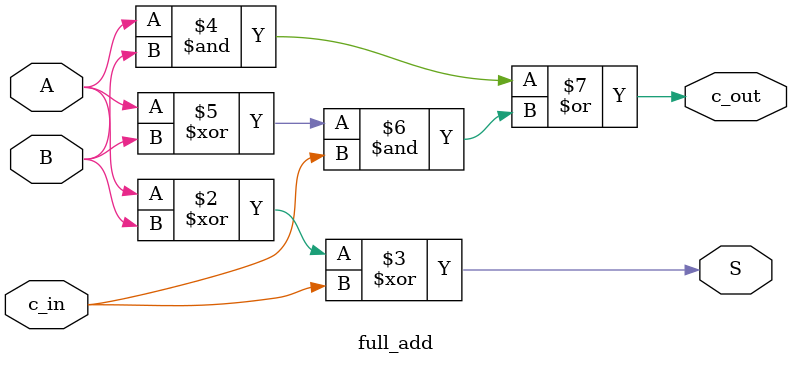
<source format=v>
module full_add ( A, B, c_in, S, c_out);

 input wire A, B, c_in;
 output reg S, c_out;

 always @(A or B or c_in)
  begin 
   S = A ^ B ^ c_in; 
   c_out = (A&B) | (A^B) & c_in; 
	
  end
  
endmodule

</source>
